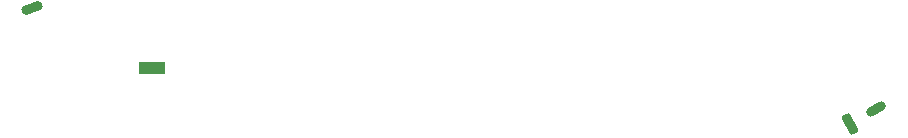
<source format=gbr>
G04 --- HEADER BEGIN --- *
G04 #@! TF.GenerationSoftware,LibrePCB,LibrePCB,0.1.2*
G04 #@! TF.CreationDate,2019-01-02T03:04:05*
G04 #@! TF.ProjectId,test_project,7c04f9d5-7366-4c4b-9e17-852ed57b3966,v1*
G04 #@! TF.Part,Single*
G04 #@! TF.SameCoordinates*
G04 #@! TF.FileFunction,Paste,Bot*
G04 #@! TF.FilePolarity,Positive*
%FSLAX66Y66*%
%MOMM*%
G01*
G75*
G04 --- HEADER END --- *
G04 --- APERTURE LIST BEGIN --- *
%AMROUNDEDRECT10*20,1,0.8,-0.75,0.0,0.75,0.0,120.0*20,1,0.5,-0.9,0.0,0.9,0.0,120.0*1,1,0.3,0.158494,-0.774519*1,1,0.3,-0.591506,0.524519*1,1,0.3,-0.158494,0.774519*1,1,0.3,0.591506,-0.524519*%
%ADD10ROUNDEDRECT10*%
%AMROTATEDOBROUND11*1,1,0.8,-0.433013,-0.25*1,1,0.8,0.433013,0.25*20,1,0.8,-0.433013,-0.25,0.433013,0.25,0*%
%ADD11ROTATEDOBROUND11*%
%ADD12R,2.286X1.016*%
%AMROTATEDOCTAGON13*4,1,8,0.9,0.165685,0.665685,0.4,-0.665685,0.4,-0.9,0.165685,-0.9,-0.165685,-0.665685,-0.4,0.665685,-0.4,0.9,-0.165685,0.9,0.165685,20.0*%
%ADD13ROTATEDOCTAGON13*%
G04 --- APERTURE LIST END --- *
G04 --- BOARD BEGIN --- *
D10*
G04 #@! TO.C,D2*
X58493546Y29362068D03*
D11*
X60693250Y30632068D03*
D12*
G04 #@! TO.C,D1*
X-620000Y34060000D03*
D13*
X-10780000Y39140000D03*
G04 --- BOARD END --- *

M02*

</source>
